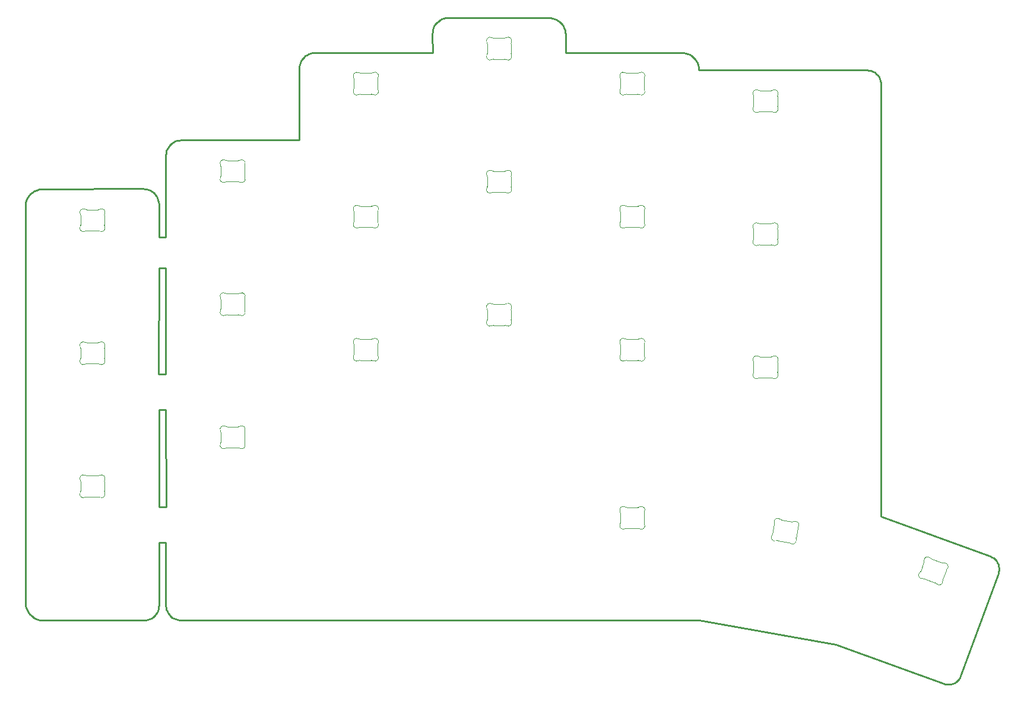
<source format=gbr>
%TF.GenerationSoftware,KiCad,Pcbnew,(5.1.10)-1*%
%TF.CreationDate,2021-11-27T00:46:51-08:00*%
%TF.ProjectId,luakeeb,6c75616b-6565-4622-9e6b-696361645f70,rev?*%
%TF.SameCoordinates,Original*%
%TF.FileFunction,Profile,NP*%
%FSLAX46Y46*%
G04 Gerber Fmt 4.6, Leading zero omitted, Abs format (unit mm)*
G04 Created by KiCad (PCBNEW (5.1.10)-1) date 2021-11-27 00:46:51*
%MOMM*%
%LPD*%
G01*
G04 APERTURE LIST*
%TA.AperFunction,Profile*%
%ADD10C,0.250000*%
%TD*%
%TA.AperFunction,Profile*%
%ADD11C,0.100000*%
%TD*%
G04 APERTURE END LIST*
D10*
X51470332Y-81936556D02*
X50456060Y-81936550D01*
X51477962Y-66734715D02*
X50470400Y-66734715D01*
X50456060Y-81936550D02*
X50470403Y-66734713D01*
X51495095Y-100856709D02*
X50479233Y-100856712D01*
X51456826Y-86978062D02*
X50462843Y-86978062D01*
X127462596Y-38525458D02*
X151453293Y-38521704D01*
X51470332Y-81936556D02*
X51477962Y-66734708D01*
X51495095Y-100856709D02*
X51456826Y-86978068D01*
X52107378Y-116442147D02*
X51928159Y-116239278D01*
X51928159Y-116239278D02*
X51776485Y-116017769D01*
X51776485Y-116017769D02*
X51653517Y-115780428D01*
X51653517Y-115780428D02*
X51560417Y-115530061D01*
X51560417Y-115530061D02*
X51498348Y-115269476D01*
X51498348Y-115269476D02*
X51468471Y-115001478D01*
X51468471Y-115001478D02*
X51465795Y-114892833D01*
X50472677Y-114895276D02*
X50455792Y-115168088D01*
X50455792Y-115168088D02*
X50405924Y-115434541D01*
X50405924Y-115434541D02*
X50324249Y-115691799D01*
X50324249Y-115691799D02*
X50211941Y-115937027D01*
X50211941Y-115937027D02*
X50070175Y-116167389D01*
X50070175Y-116167389D02*
X49900127Y-116380050D01*
X49900127Y-116380050D02*
X49824453Y-116459524D01*
X51466467Y-105979233D02*
X50473247Y-105979229D01*
X50479233Y-100856712D02*
X50462843Y-86978062D01*
X33976667Y-117098131D02*
X33715033Y-117084763D01*
X33715033Y-117084763D02*
X33460967Y-117045843D01*
X33460967Y-117045843D02*
X33215753Y-116982657D01*
X33215753Y-116982657D02*
X32980678Y-116896489D01*
X32980678Y-116896489D02*
X32649884Y-116726961D01*
X32649884Y-116726961D02*
X32349129Y-116512958D01*
X32349129Y-116512958D02*
X32082750Y-116258821D01*
X32082750Y-116258821D02*
X31855083Y-115968889D01*
X31855083Y-115968889D02*
X31670466Y-115647502D01*
X31670466Y-115647502D02*
X31533235Y-115299000D01*
X31533235Y-115299000D02*
X31470216Y-115053744D01*
X31470216Y-115053744D02*
X31431469Y-114799652D01*
X31431469Y-114799652D02*
X31418282Y-114538009D01*
X162413393Y-126126304D02*
X146983414Y-120510248D01*
X50472754Y-105979625D02*
X50472677Y-114895276D01*
X146983414Y-120510248D02*
X127511468Y-117076352D01*
X31418282Y-114538009D02*
X31422229Y-57997936D01*
X127511468Y-117076352D02*
X53656647Y-117083807D01*
X51465795Y-114892833D02*
X51467217Y-105981382D01*
X48184527Y-55454835D02*
X48466240Y-55471661D01*
X48466240Y-55471661D02*
X48741451Y-55522589D01*
X48741451Y-55522589D02*
X49007225Y-55606409D01*
X49007225Y-55606409D02*
X49260626Y-55721909D01*
X49260626Y-55721909D02*
X49498718Y-55867879D01*
X49498718Y-55867879D02*
X49718566Y-56043108D01*
X49718566Y-56043108D02*
X49800740Y-56121122D01*
X49824453Y-116459524D02*
X49619553Y-116640430D01*
X49619553Y-116640430D02*
X49395836Y-116793511D01*
X49395836Y-116793511D02*
X49156138Y-116917596D01*
X49156138Y-116917596D02*
X48903295Y-117011509D01*
X48903295Y-117011509D02*
X48640142Y-117074078D01*
X48640142Y-117074078D02*
X48369516Y-117104130D01*
X48369516Y-117104130D02*
X48259809Y-117106784D01*
X48259809Y-117106784D02*
X33976667Y-117098131D01*
X31422229Y-57997936D02*
X31435175Y-57741511D01*
X31435175Y-57741511D02*
X31473142Y-57492473D01*
X31473142Y-57492473D02*
X31574259Y-57135518D01*
X31574259Y-57135518D02*
X31724609Y-56802261D01*
X31724609Y-56802261D02*
X31919952Y-56496949D01*
X31919952Y-56496949D02*
X32156051Y-56223829D01*
X32156051Y-56223829D02*
X32428668Y-55987148D01*
X32428668Y-55987148D02*
X32733563Y-55791155D01*
X32733563Y-55791155D02*
X33066499Y-55640096D01*
X33066499Y-55640096D02*
X33423237Y-55538219D01*
X33423237Y-55538219D02*
X33672193Y-55499721D01*
X33672193Y-55499721D02*
X33928589Y-55486229D01*
X53656647Y-117083807D02*
X53386471Y-117067120D01*
X53386471Y-117067120D02*
X53122587Y-117017775D01*
X53122587Y-117017775D02*
X52867801Y-116936934D01*
X52867801Y-116936934D02*
X52624921Y-116825761D01*
X52624921Y-116825761D02*
X52396752Y-116685418D01*
X52396752Y-116685418D02*
X52186103Y-116517068D01*
X52186103Y-116517068D02*
X52107378Y-116442147D01*
X89511871Y-36027018D02*
X89484135Y-33331526D01*
X70511889Y-48525643D02*
X70471881Y-38284649D01*
X106005278Y-31025537D02*
X106313215Y-31044701D01*
X106313215Y-31044701D02*
X106613888Y-31101315D01*
X106613888Y-31101315D02*
X106904061Y-31194028D01*
X106904061Y-31194028D02*
X107180498Y-31321490D01*
X107180498Y-31321490D02*
X107439962Y-31482351D01*
X107439962Y-31482351D02*
X107679218Y-31675260D01*
X107679218Y-31675260D02*
X107768538Y-31761096D01*
X51459396Y-62408348D02*
X51460425Y-50682975D01*
X126761564Y-36762361D02*
X126962212Y-36994499D01*
X126962212Y-36994499D02*
X127130979Y-37247640D01*
X127130979Y-37247640D02*
X127266564Y-37518502D01*
X127266564Y-37518502D02*
X127367664Y-37803801D01*
X127367664Y-37803801D02*
X127432977Y-38100256D01*
X127432977Y-38100256D02*
X127461201Y-38404585D01*
X127461201Y-38404585D02*
X127461814Y-38527787D01*
X72720645Y-36027071D02*
X89511871Y-36027018D01*
X71127405Y-36688835D02*
X71335810Y-36504045D01*
X71335810Y-36504045D02*
X71563483Y-36347632D01*
X71563483Y-36347632D02*
X71807524Y-36220801D01*
X71807524Y-36220801D02*
X72065032Y-36124756D01*
X72065032Y-36124756D02*
X72333107Y-36060703D01*
X72333107Y-36060703D02*
X72608850Y-36029848D01*
X72608850Y-36029848D02*
X72720645Y-36027071D01*
X49800740Y-56121122D02*
X49987817Y-56332420D01*
X49987817Y-56332420D02*
X50146163Y-56563202D01*
X50146163Y-56563202D02*
X50274562Y-56810536D01*
X50274562Y-56810536D02*
X50371797Y-57071489D01*
X50371797Y-57071489D02*
X50436650Y-57343129D01*
X50436650Y-57343129D02*
X50467905Y-57622525D01*
X50467905Y-57622525D02*
X50470727Y-57735798D01*
X50471157Y-62410182D02*
X51459396Y-62408348D01*
X91765892Y-31026073D02*
X106005278Y-31025537D01*
X51460425Y-50682975D02*
X51485301Y-50354530D01*
X51485301Y-50354530D02*
X51557434Y-50041640D01*
X51557434Y-50041640D02*
X51673165Y-49747961D01*
X51673165Y-49747961D02*
X51828835Y-49477152D01*
X51828835Y-49477152D02*
X52020786Y-49232871D01*
X52020786Y-49232871D02*
X52245360Y-49018776D01*
X52245360Y-49018776D02*
X52498898Y-48838525D01*
X52498898Y-48838525D02*
X52777742Y-48695775D01*
X52777742Y-48695775D02*
X53078234Y-48594186D01*
X53078234Y-48594186D02*
X53396715Y-48537414D01*
X53396715Y-48537414D02*
X53617224Y-48526272D01*
X33928589Y-55486229D02*
X48184527Y-55454835D01*
X50470727Y-57735798D02*
X50471157Y-62410182D01*
X108486229Y-33531712D02*
X108460889Y-36027407D01*
X125010556Y-36026790D02*
X125316792Y-36045966D01*
X125316792Y-36045966D02*
X125615713Y-36102614D01*
X125615713Y-36102614D02*
X125904065Y-36195366D01*
X125904065Y-36195366D02*
X126178591Y-36322853D01*
X126178591Y-36322853D02*
X126436035Y-36483708D01*
X126436035Y-36483708D02*
X126673144Y-36676564D01*
X126673144Y-36676564D02*
X126761564Y-36762361D01*
X107768538Y-31761096D02*
X107971552Y-31993428D01*
X107971552Y-31993428D02*
X108142841Y-32246945D01*
X108142841Y-32246945D02*
X108281087Y-32518395D01*
X108281087Y-32518395D02*
X108384974Y-32804530D01*
X108384974Y-32804530D02*
X108453183Y-33102097D01*
X108453183Y-33102097D02*
X108484397Y-33407848D01*
X108484397Y-33407848D02*
X108486229Y-33531712D01*
X90144071Y-31702802D02*
X90355854Y-31513892D01*
X90355854Y-31513892D02*
X90587422Y-31353964D01*
X90587422Y-31353964D02*
X90835796Y-31224261D01*
X90835796Y-31224261D02*
X91097999Y-31126024D01*
X91097999Y-31126024D02*
X91371053Y-31060496D01*
X91371053Y-31060496D02*
X91651982Y-31028919D01*
X91651982Y-31028919D02*
X91765892Y-31026073D01*
X70471881Y-38284649D02*
X70488034Y-38006588D01*
X70488034Y-38006588D02*
X70537891Y-37734902D01*
X70537891Y-37734902D02*
X70620257Y-37472494D01*
X70620257Y-37472494D02*
X70733940Y-37222271D01*
X70733940Y-37222271D02*
X70877745Y-36987138D01*
X70877745Y-36987138D02*
X71050478Y-36770000D01*
X71050478Y-36770000D02*
X71127405Y-36688835D01*
X108460889Y-36027407D02*
X125010556Y-36026790D01*
X89484135Y-33331526D02*
X89498856Y-33048112D01*
X89498856Y-33048112D02*
X89548092Y-32771026D01*
X89548092Y-32771026D02*
X89630632Y-32503259D01*
X89630632Y-32503259D02*
X89745264Y-32247799D01*
X89745264Y-32247799D02*
X89890778Y-32007637D01*
X89890778Y-32007637D02*
X90065961Y-31785762D01*
X90065961Y-31785762D02*
X90144071Y-31702802D01*
X53617224Y-48526272D02*
X70511889Y-48525643D01*
X169055493Y-107939904D02*
X153472593Y-102263004D01*
X164836161Y-124992600D02*
X170189197Y-110362672D01*
X169055493Y-107939904D02*
X169318602Y-108058808D01*
X169318602Y-108058808D02*
X169554800Y-108211934D01*
X169554800Y-108211934D02*
X169762171Y-108395186D01*
X169762171Y-108395186D02*
X169938798Y-108604470D01*
X169938798Y-108604470D02*
X170082766Y-108835692D01*
X170082766Y-108835692D02*
X170192159Y-109084757D01*
X170192159Y-109084757D02*
X170265060Y-109347570D01*
X170265060Y-109347570D02*
X170299554Y-109620037D01*
X170299554Y-109620037D02*
X170293724Y-109898063D01*
X170293724Y-109898063D02*
X170245655Y-110177553D01*
X170245655Y-110177553D02*
X170189197Y-110362672D01*
X164836161Y-124992600D02*
X164717256Y-125255709D01*
X164717256Y-125255709D02*
X164564130Y-125491907D01*
X164564130Y-125491907D02*
X164380878Y-125699278D01*
X164380878Y-125699278D02*
X164171594Y-125875905D01*
X164171594Y-125875905D02*
X163940372Y-126019873D01*
X163940372Y-126019873D02*
X163691307Y-126129266D01*
X163691307Y-126129266D02*
X163428494Y-126202167D01*
X163428494Y-126202167D02*
X163156027Y-126236661D01*
X163156027Y-126236661D02*
X162878001Y-126230831D01*
X162878001Y-126230831D02*
X162598511Y-126182762D01*
X162598511Y-126182762D02*
X162413393Y-126126304D01*
X151453293Y-38521704D02*
X151763220Y-38545166D01*
X151763220Y-38545166D02*
X152058410Y-38613304D01*
X152058410Y-38613304D02*
X152335346Y-38722745D01*
X152335346Y-38722745D02*
X152590512Y-38870118D01*
X152590512Y-38870118D02*
X152820391Y-39052050D01*
X152820391Y-39052050D02*
X153021468Y-39265169D01*
X153021468Y-39265169D02*
X153190225Y-39506102D01*
X153190225Y-39506102D02*
X153323147Y-39771477D01*
X153323147Y-39771477D02*
X153416718Y-40057922D01*
X153416718Y-40057922D02*
X153467421Y-40362064D01*
X153467421Y-40362064D02*
X153475672Y-40572992D01*
X153475672Y-40572992D02*
X153472593Y-102263004D01*
D11*
%TO.C,D79*%
X40203137Y-58446488D02*
X41792041Y-58446488D01*
X39297590Y-60649330D02*
X39297590Y-59243646D01*
X41792041Y-61446487D02*
X40203136Y-61446487D01*
X42697588Y-59243646D02*
X42697588Y-60649330D01*
X42044299Y-58378189D02*
G75*
G02*
X41792041Y-58446488I-252258J431701D01*
G01*
X40203137Y-58446488D02*
G75*
G02*
X39950878Y-58378189I0J500000D01*
G01*
X39248105Y-59026769D02*
G75*
G02*
X39950878Y-58378189I450515J216879D01*
G01*
X39248105Y-59026768D02*
G75*
G02*
X39297590Y-59243646I-450515J-216878D01*
G01*
X39297590Y-60649331D02*
G75*
G02*
X39248105Y-60866208I-500000J1D01*
G01*
X39950878Y-61514785D02*
G75*
G02*
X39248105Y-60866208I-252258J431700D01*
G01*
X39950878Y-61514786D02*
G75*
G02*
X40203136Y-61446487I252258J-431701D01*
G01*
X41792042Y-61446488D02*
G75*
G02*
X42044300Y-61514787I-1J-499999D01*
G01*
X42747073Y-60866208D02*
G75*
G02*
X42044300Y-61514787I-450515J-216878D01*
G01*
X42747073Y-60866208D02*
G75*
G02*
X42697588Y-60649330I450515J216878D01*
G01*
X42697588Y-59243645D02*
G75*
G02*
X42747073Y-59026768I500000J-1D01*
G01*
X42044300Y-58378191D02*
G75*
G02*
X42747073Y-59026768I252258J-431700D01*
G01*
%TO.C,D78*%
X41792041Y-58446488D02*
X40203137Y-58446488D01*
X42697588Y-60649330D02*
X42697588Y-59243646D01*
X40203137Y-61446487D02*
X41792042Y-61446487D01*
X39297590Y-59243646D02*
X39297590Y-60649330D01*
X39950879Y-58378189D02*
G75*
G03*
X40203137Y-58446488I252258J431701D01*
G01*
X41792041Y-58446488D02*
G75*
G03*
X42044300Y-58378189I0J500000D01*
G01*
X42747073Y-59026769D02*
G75*
G03*
X42044300Y-58378189I-450515J216879D01*
G01*
X42747073Y-59026768D02*
G75*
G03*
X42697588Y-59243646I450515J-216878D01*
G01*
X42697588Y-60649331D02*
G75*
G03*
X42747073Y-60866208I500000J1D01*
G01*
X42044300Y-61514785D02*
G75*
G03*
X42747073Y-60866208I252258J431700D01*
G01*
X42044300Y-61514786D02*
G75*
G03*
X41792042Y-61446487I-252258J-431701D01*
G01*
X40203136Y-61446488D02*
G75*
G03*
X39950878Y-61514787I1J-499999D01*
G01*
X39248105Y-60866208D02*
G75*
G03*
X39950878Y-61514787I450515J-216878D01*
G01*
X39248105Y-60866208D02*
G75*
G03*
X39297590Y-60649330I-450515J216878D01*
G01*
X39297590Y-59243645D02*
G75*
G03*
X39248105Y-59026768I-500000J-1D01*
G01*
X39950878Y-58378191D02*
G75*
G03*
X39248105Y-59026768I-252258J-431700D01*
G01*
%TO.C,D77*%
X40203137Y-77446487D02*
X41792041Y-77446487D01*
X39297590Y-79649329D02*
X39297590Y-78243645D01*
X41792041Y-80446486D02*
X40203136Y-80446486D01*
X42697588Y-78243645D02*
X42697588Y-79649329D01*
X42044299Y-77378188D02*
G75*
G02*
X41792041Y-77446487I-252258J431701D01*
G01*
X40203137Y-77446487D02*
G75*
G02*
X39950878Y-77378188I0J500000D01*
G01*
X39248105Y-78026768D02*
G75*
G02*
X39950878Y-77378188I450515J216879D01*
G01*
X39248105Y-78026767D02*
G75*
G02*
X39297590Y-78243645I-450515J-216878D01*
G01*
X39297590Y-79649330D02*
G75*
G02*
X39248105Y-79866207I-500000J1D01*
G01*
X39950878Y-80514784D02*
G75*
G02*
X39248105Y-79866207I-252258J431700D01*
G01*
X39950878Y-80514785D02*
G75*
G02*
X40203136Y-80446486I252258J-431701D01*
G01*
X41792042Y-80446487D02*
G75*
G02*
X42044300Y-80514786I-1J-499999D01*
G01*
X42747073Y-79866207D02*
G75*
G02*
X42044300Y-80514786I-450515J-216878D01*
G01*
X42747073Y-79866207D02*
G75*
G02*
X42697588Y-79649329I450515J216878D01*
G01*
X42697588Y-78243644D02*
G75*
G02*
X42747073Y-78026767I500000J-1D01*
G01*
X42044300Y-77378190D02*
G75*
G02*
X42747073Y-78026767I252258J-431700D01*
G01*
%TO.C,D76*%
X41792041Y-77446487D02*
X40203137Y-77446487D01*
X42697588Y-79649329D02*
X42697588Y-78243645D01*
X40203137Y-80446486D02*
X41792042Y-80446486D01*
X39297590Y-78243645D02*
X39297590Y-79649329D01*
X39950879Y-77378188D02*
G75*
G03*
X40203137Y-77446487I252258J431701D01*
G01*
X41792041Y-77446487D02*
G75*
G03*
X42044300Y-77378188I0J500000D01*
G01*
X42747073Y-78026768D02*
G75*
G03*
X42044300Y-77378188I-450515J216879D01*
G01*
X42747073Y-78026767D02*
G75*
G03*
X42697588Y-78243645I450515J-216878D01*
G01*
X42697588Y-79649330D02*
G75*
G03*
X42747073Y-79866207I500000J1D01*
G01*
X42044300Y-80514784D02*
G75*
G03*
X42747073Y-79866207I252258J431700D01*
G01*
X42044300Y-80514785D02*
G75*
G03*
X41792042Y-80446486I-252258J-431701D01*
G01*
X40203136Y-80446487D02*
G75*
G03*
X39950878Y-80514786I1J-499999D01*
G01*
X39248105Y-79866207D02*
G75*
G03*
X39950878Y-80514786I450515J-216878D01*
G01*
X39248105Y-79866207D02*
G75*
G03*
X39297590Y-79649329I-450515J216878D01*
G01*
X39297590Y-78243644D02*
G75*
G03*
X39248105Y-78026767I-500000J-1D01*
G01*
X39950878Y-77378190D02*
G75*
G03*
X39248105Y-78026767I-252258J-431700D01*
G01*
%TO.C,D75*%
X40203136Y-96446486D02*
X41792040Y-96446486D01*
X39297589Y-98649328D02*
X39297589Y-97243644D01*
X41792040Y-99446485D02*
X40203135Y-99446485D01*
X42697587Y-97243644D02*
X42697587Y-98649328D01*
X42044298Y-96378187D02*
G75*
G02*
X41792040Y-96446486I-252258J431701D01*
G01*
X40203136Y-96446486D02*
G75*
G02*
X39950877Y-96378187I0J500000D01*
G01*
X39248104Y-97026767D02*
G75*
G02*
X39950877Y-96378187I450515J216879D01*
G01*
X39248104Y-97026766D02*
G75*
G02*
X39297589Y-97243644I-450515J-216878D01*
G01*
X39297589Y-98649329D02*
G75*
G02*
X39248104Y-98866206I-500000J1D01*
G01*
X39950877Y-99514783D02*
G75*
G02*
X39248104Y-98866206I-252258J431700D01*
G01*
X39950877Y-99514784D02*
G75*
G02*
X40203135Y-99446485I252258J-431701D01*
G01*
X41792041Y-99446486D02*
G75*
G02*
X42044299Y-99514785I-1J-499999D01*
G01*
X42747072Y-98866206D02*
G75*
G02*
X42044299Y-99514785I-450515J-216878D01*
G01*
X42747072Y-98866206D02*
G75*
G02*
X42697587Y-98649328I450515J216878D01*
G01*
X42697587Y-97243643D02*
G75*
G02*
X42747072Y-97026766I500000J-1D01*
G01*
X42044299Y-96378189D02*
G75*
G02*
X42747072Y-97026766I252258J-431700D01*
G01*
%TO.C,D74*%
X41792040Y-96446486D02*
X40203136Y-96446486D01*
X42697587Y-98649328D02*
X42697587Y-97243644D01*
X40203136Y-99446485D02*
X41792041Y-99446485D01*
X39297589Y-97243644D02*
X39297589Y-98649328D01*
X39950878Y-96378187D02*
G75*
G03*
X40203136Y-96446486I252258J431701D01*
G01*
X41792040Y-96446486D02*
G75*
G03*
X42044299Y-96378187I0J500000D01*
G01*
X42747072Y-97026767D02*
G75*
G03*
X42044299Y-96378187I-450515J216879D01*
G01*
X42747072Y-97026766D02*
G75*
G03*
X42697587Y-97243644I450515J-216878D01*
G01*
X42697587Y-98649329D02*
G75*
G03*
X42747072Y-98866206I500000J1D01*
G01*
X42044299Y-99514783D02*
G75*
G03*
X42747072Y-98866206I252258J431700D01*
G01*
X42044299Y-99514784D02*
G75*
G03*
X41792041Y-99446485I-252258J-431701D01*
G01*
X40203135Y-99446486D02*
G75*
G03*
X39950877Y-99514785I1J-499999D01*
G01*
X39248104Y-98866206D02*
G75*
G03*
X39950877Y-99514785I450515J-216878D01*
G01*
X39248104Y-98866206D02*
G75*
G03*
X39297589Y-98649328I-450515J216878D01*
G01*
X39297589Y-97243643D02*
G75*
G03*
X39248104Y-97026766I-500000J-1D01*
G01*
X39950877Y-96378189D02*
G75*
G03*
X39248104Y-97026766I-252258J-431700D01*
G01*
%TO.C,D73*%
X159582488Y-108776429D02*
X159101715Y-110097340D01*
X159680007Y-111156138D02*
X161173090Y-111699575D01*
X162296668Y-111260208D02*
X162777441Y-109939297D01*
X162199149Y-108880498D02*
X160706068Y-108337061D01*
X160492382Y-108186604D02*
G75*
G03*
X160706068Y-108337061I384696J319389D01*
G01*
X162199148Y-108880498D02*
G75*
G03*
X162459554Y-108902596I171011J469846D01*
G01*
X162898117Y-109752423D02*
G75*
G03*
X162459554Y-108902596I-349168J357884D01*
G01*
X162898118Y-109752423D02*
G75*
G03*
X162777441Y-109939297I349169J-357884D01*
G01*
X162296668Y-111260208D02*
G75*
G03*
X162268992Y-111480931I469847J-171010D01*
G01*
X161386777Y-111850033D02*
G75*
G03*
X162268992Y-111480931I384694J319389D01*
G01*
X161386776Y-111850032D02*
G75*
G03*
X161173090Y-111699575I-384696J-319390D01*
G01*
X159680007Y-111156139D02*
G75*
G03*
X159419602Y-111134041I-171010J-469845D01*
G01*
X158981038Y-110284215D02*
G75*
G03*
X159419602Y-111134041I349169J-357883D01*
G01*
X158981038Y-110284214D02*
G75*
G03*
X159101715Y-110097340I-349169J357884D01*
G01*
X159582488Y-108776429D02*
G75*
G03*
X159610164Y-108555706I-469847J171010D01*
G01*
X160492380Y-108186605D02*
G75*
G03*
X159610164Y-108555706I-384695J-319388D01*
G01*
%TO.C,D72*%
X97297587Y-72743646D02*
X97297587Y-74149330D01*
X98203134Y-74946487D02*
X99792039Y-74946487D01*
X100697585Y-74149330D02*
X100697585Y-72743646D01*
X99792038Y-71946488D02*
X98203134Y-71946488D01*
X97950876Y-71878189D02*
G75*
G03*
X98203134Y-71946488I252258J431701D01*
G01*
X99792038Y-71946488D02*
G75*
G03*
X100044297Y-71878189I0J500000D01*
G01*
X100747070Y-72526769D02*
G75*
G03*
X100044297Y-71878189I-450515J216879D01*
G01*
X100747070Y-72526768D02*
G75*
G03*
X100697585Y-72743646I450515J-216878D01*
G01*
X100697585Y-74149331D02*
G75*
G03*
X100747070Y-74366208I500000J1D01*
G01*
X100044297Y-75014785D02*
G75*
G03*
X100747070Y-74366208I252258J431700D01*
G01*
X100044297Y-75014786D02*
G75*
G03*
X99792039Y-74946487I-252258J-431701D01*
G01*
X98203133Y-74946488D02*
G75*
G03*
X97950875Y-75014787I1J-499999D01*
G01*
X97248102Y-74366208D02*
G75*
G03*
X97950875Y-75014787I450515J-216878D01*
G01*
X97248102Y-74366208D02*
G75*
G03*
X97297587Y-74149330I-450515J216878D01*
G01*
X97297587Y-72743645D02*
G75*
G03*
X97248102Y-72526768I-500000J-1D01*
G01*
X97950875Y-71878191D02*
G75*
G03*
X97248102Y-72526768I-252258J-431700D01*
G01*
%TO.C,D71*%
X138247682Y-103366569D02*
X138003587Y-104750897D01*
X138756952Y-105693190D02*
X140321718Y-105969101D01*
X141351932Y-105341301D02*
X141596026Y-103956972D01*
X140842661Y-103014678D02*
X139277896Y-102738768D01*
X139041330Y-102627702D02*
G75*
G03*
X139277896Y-102738768I323390J381338D01*
G01*
X140842661Y-103014679D02*
G75*
G03*
X141102948Y-102991221I86824J492405D01*
G01*
X141682418Y-103751984D02*
G75*
G03*
X141102948Y-102991221I-406009J291816D01*
G01*
X141682420Y-103751982D02*
G75*
G03*
X141596026Y-103956972I406010J-291814D01*
G01*
X141351931Y-105341302D02*
G75*
G03*
X141363004Y-105563477I492404J-86823D01*
G01*
X140558284Y-106080166D02*
G75*
G03*
X141363004Y-105563477I323389J381338D01*
G01*
X140558283Y-106080166D02*
G75*
G03*
X140321718Y-105969101I-323389J-381338D01*
G01*
X138756951Y-105693190D02*
G75*
G03*
X138496665Y-105716648I-86823J-492404D01*
G01*
X137917195Y-104955888D02*
G75*
G03*
X138496665Y-105716648I406009J-291814D01*
G01*
X137917194Y-104955887D02*
G75*
G03*
X138003587Y-104750897I-406011J291814D01*
G01*
X138247682Y-103366569D02*
G75*
G03*
X138236609Y-103144393I-492404J86824D01*
G01*
X139041330Y-102627702D02*
G75*
G03*
X138236609Y-103144393I-323390J-381339D01*
G01*
%TO.C,D70*%
X97297588Y-53743646D02*
X97297588Y-55149330D01*
X98203135Y-55946487D02*
X99792040Y-55946487D01*
X100697586Y-55149330D02*
X100697586Y-53743646D01*
X99792039Y-52946488D02*
X98203135Y-52946488D01*
X97950877Y-52878189D02*
G75*
G03*
X98203135Y-52946488I252258J431701D01*
G01*
X99792039Y-52946488D02*
G75*
G03*
X100044298Y-52878189I0J500000D01*
G01*
X100747071Y-53526769D02*
G75*
G03*
X100044298Y-52878189I-450515J216879D01*
G01*
X100747071Y-53526768D02*
G75*
G03*
X100697586Y-53743646I450515J-216878D01*
G01*
X100697586Y-55149331D02*
G75*
G03*
X100747071Y-55366208I500000J1D01*
G01*
X100044298Y-56014785D02*
G75*
G03*
X100747071Y-55366208I252258J431700D01*
G01*
X100044298Y-56014786D02*
G75*
G03*
X99792040Y-55946487I-252258J-431701D01*
G01*
X98203134Y-55946488D02*
G75*
G03*
X97950876Y-56014787I1J-499999D01*
G01*
X97248103Y-55366208D02*
G75*
G03*
X97950876Y-56014787I450515J-216878D01*
G01*
X97248103Y-55366208D02*
G75*
G03*
X97297588Y-55149330I-450515J216878D01*
G01*
X97297588Y-53743645D02*
G75*
G03*
X97248103Y-53526768I-500000J-1D01*
G01*
X97950876Y-52878191D02*
G75*
G03*
X97248103Y-53526768I-252258J-431700D01*
G01*
%TO.C,D69*%
X97297588Y-34743647D02*
X97297588Y-36149331D01*
X98203135Y-36946488D02*
X99792040Y-36946488D01*
X100697586Y-36149331D02*
X100697586Y-34743647D01*
X99792039Y-33946489D02*
X98203135Y-33946489D01*
X97950877Y-33878190D02*
G75*
G03*
X98203135Y-33946489I252258J431701D01*
G01*
X99792039Y-33946489D02*
G75*
G03*
X100044298Y-33878190I0J500000D01*
G01*
X100747071Y-34526770D02*
G75*
G03*
X100044298Y-33878190I-450515J216879D01*
G01*
X100747071Y-34526769D02*
G75*
G03*
X100697586Y-34743647I450515J-216878D01*
G01*
X100697586Y-36149332D02*
G75*
G03*
X100747071Y-36366209I500000J1D01*
G01*
X100044298Y-37014786D02*
G75*
G03*
X100747071Y-36366209I252258J431700D01*
G01*
X100044298Y-37014787D02*
G75*
G03*
X99792040Y-36946488I-252258J-431701D01*
G01*
X98203134Y-36946489D02*
G75*
G03*
X97950876Y-37014788I1J-499999D01*
G01*
X97248103Y-36366209D02*
G75*
G03*
X97950876Y-37014788I450515J-216878D01*
G01*
X97248103Y-36366209D02*
G75*
G03*
X97297588Y-36149331I-450515J216878D01*
G01*
X97297588Y-34743646D02*
G75*
G03*
X97248103Y-34526769I-500000J-1D01*
G01*
X97950876Y-33878192D02*
G75*
G03*
X97248103Y-34526769I-252258J-431700D01*
G01*
%TO.C,D68*%
X116297587Y-101743646D02*
X116297587Y-103149330D01*
X117203134Y-103946487D02*
X118792039Y-103946487D01*
X119697585Y-103149330D02*
X119697585Y-101743646D01*
X118792038Y-100946488D02*
X117203134Y-100946488D01*
X116950876Y-100878189D02*
G75*
G03*
X117203134Y-100946488I252258J431701D01*
G01*
X118792038Y-100946488D02*
G75*
G03*
X119044297Y-100878189I0J500000D01*
G01*
X119747070Y-101526769D02*
G75*
G03*
X119044297Y-100878189I-450515J216879D01*
G01*
X119747070Y-101526768D02*
G75*
G03*
X119697585Y-101743646I450515J-216878D01*
G01*
X119697585Y-103149331D02*
G75*
G03*
X119747070Y-103366208I500000J1D01*
G01*
X119044297Y-104014785D02*
G75*
G03*
X119747070Y-103366208I252258J431700D01*
G01*
X119044297Y-104014786D02*
G75*
G03*
X118792039Y-103946487I-252258J-431701D01*
G01*
X117203133Y-103946488D02*
G75*
G03*
X116950875Y-104014787I1J-499999D01*
G01*
X116248102Y-103366208D02*
G75*
G03*
X116950875Y-104014787I450515J-216878D01*
G01*
X116248102Y-103366208D02*
G75*
G03*
X116297587Y-103149330I-450515J216878D01*
G01*
X116297587Y-101743645D02*
G75*
G03*
X116248102Y-101526768I-500000J-1D01*
G01*
X116950875Y-100878191D02*
G75*
G03*
X116248102Y-101526768I-252258J-431700D01*
G01*
%TO.C,D67*%
X78297589Y-39743647D02*
X78297589Y-41149331D01*
X79203136Y-41946488D02*
X80792041Y-41946488D01*
X81697587Y-41149331D02*
X81697587Y-39743647D01*
X80792040Y-38946489D02*
X79203136Y-38946489D01*
X78950878Y-38878190D02*
G75*
G03*
X79203136Y-38946489I252258J431701D01*
G01*
X80792040Y-38946489D02*
G75*
G03*
X81044299Y-38878190I0J500000D01*
G01*
X81747072Y-39526770D02*
G75*
G03*
X81044299Y-38878190I-450515J216879D01*
G01*
X81747072Y-39526769D02*
G75*
G03*
X81697587Y-39743647I450515J-216878D01*
G01*
X81697587Y-41149332D02*
G75*
G03*
X81747072Y-41366209I500000J1D01*
G01*
X81044299Y-42014786D02*
G75*
G03*
X81747072Y-41366209I252258J431700D01*
G01*
X81044299Y-42014787D02*
G75*
G03*
X80792041Y-41946488I-252258J-431701D01*
G01*
X79203135Y-41946489D02*
G75*
G03*
X78950877Y-42014788I1J-499999D01*
G01*
X78248104Y-41366209D02*
G75*
G03*
X78950877Y-42014788I450515J-216878D01*
G01*
X78248104Y-41366209D02*
G75*
G03*
X78297589Y-41149331I-450515J216878D01*
G01*
X78297589Y-39743646D02*
G75*
G03*
X78248104Y-39526769I-500000J-1D01*
G01*
X78950877Y-38878192D02*
G75*
G03*
X78248104Y-39526769I-252258J-431700D01*
G01*
%TO.C,D66*%
X135297586Y-80243646D02*
X135297586Y-81649330D01*
X136203133Y-82446487D02*
X137792038Y-82446487D01*
X138697584Y-81649330D02*
X138697584Y-80243646D01*
X137792037Y-79446488D02*
X136203133Y-79446488D01*
X135950875Y-79378189D02*
G75*
G03*
X136203133Y-79446488I252258J431701D01*
G01*
X137792037Y-79446488D02*
G75*
G03*
X138044296Y-79378189I0J500000D01*
G01*
X138747069Y-80026769D02*
G75*
G03*
X138044296Y-79378189I-450515J216879D01*
G01*
X138747069Y-80026768D02*
G75*
G03*
X138697584Y-80243646I450515J-216878D01*
G01*
X138697584Y-81649331D02*
G75*
G03*
X138747069Y-81866208I500000J1D01*
G01*
X138044296Y-82514785D02*
G75*
G03*
X138747069Y-81866208I252258J431700D01*
G01*
X138044296Y-82514786D02*
G75*
G03*
X137792038Y-82446487I-252258J-431701D01*
G01*
X136203132Y-82446488D02*
G75*
G03*
X135950874Y-82514787I1J-499999D01*
G01*
X135248101Y-81866208D02*
G75*
G03*
X135950874Y-82514787I450515J-216878D01*
G01*
X135248101Y-81866208D02*
G75*
G03*
X135297586Y-81649330I-450515J216878D01*
G01*
X135297586Y-80243645D02*
G75*
G03*
X135248101Y-80026768I-500000J-1D01*
G01*
X135950874Y-79378191D02*
G75*
G03*
X135248101Y-80026768I-252258J-431700D01*
G01*
%TO.C,D65*%
X78297589Y-58743646D02*
X78297589Y-60149330D01*
X79203136Y-60946487D02*
X80792041Y-60946487D01*
X81697587Y-60149330D02*
X81697587Y-58743646D01*
X80792040Y-57946488D02*
X79203136Y-57946488D01*
X78950878Y-57878189D02*
G75*
G03*
X79203136Y-57946488I252258J431701D01*
G01*
X80792040Y-57946488D02*
G75*
G03*
X81044299Y-57878189I0J500000D01*
G01*
X81747072Y-58526769D02*
G75*
G03*
X81044299Y-57878189I-450515J216879D01*
G01*
X81747072Y-58526768D02*
G75*
G03*
X81697587Y-58743646I450515J-216878D01*
G01*
X81697587Y-60149331D02*
G75*
G03*
X81747072Y-60366208I500000J1D01*
G01*
X81044299Y-61014785D02*
G75*
G03*
X81747072Y-60366208I252258J431700D01*
G01*
X81044299Y-61014786D02*
G75*
G03*
X80792041Y-60946487I-252258J-431701D01*
G01*
X79203135Y-60946488D02*
G75*
G03*
X78950877Y-61014787I1J-499999D01*
G01*
X78248104Y-60366208D02*
G75*
G03*
X78950877Y-61014787I450515J-216878D01*
G01*
X78248104Y-60366208D02*
G75*
G03*
X78297589Y-60149330I-450515J216878D01*
G01*
X78297589Y-58743645D02*
G75*
G03*
X78248104Y-58526768I-500000J-1D01*
G01*
X78950877Y-57878191D02*
G75*
G03*
X78248104Y-58526768I-252258J-431700D01*
G01*
%TO.C,D64*%
X135297586Y-61243647D02*
X135297586Y-62649331D01*
X136203133Y-63446488D02*
X137792038Y-63446488D01*
X138697584Y-62649331D02*
X138697584Y-61243647D01*
X137792037Y-60446489D02*
X136203133Y-60446489D01*
X135950875Y-60378190D02*
G75*
G03*
X136203133Y-60446489I252258J431701D01*
G01*
X137792037Y-60446489D02*
G75*
G03*
X138044296Y-60378190I0J500000D01*
G01*
X138747069Y-61026770D02*
G75*
G03*
X138044296Y-60378190I-450515J216879D01*
G01*
X138747069Y-61026769D02*
G75*
G03*
X138697584Y-61243647I450515J-216878D01*
G01*
X138697584Y-62649332D02*
G75*
G03*
X138747069Y-62866209I500000J1D01*
G01*
X138044296Y-63514786D02*
G75*
G03*
X138747069Y-62866209I252258J431700D01*
G01*
X138044296Y-63514787D02*
G75*
G03*
X137792038Y-63446488I-252258J-431701D01*
G01*
X136203132Y-63446489D02*
G75*
G03*
X135950874Y-63514788I1J-499999D01*
G01*
X135248101Y-62866209D02*
G75*
G03*
X135950874Y-63514788I450515J-216878D01*
G01*
X135248101Y-62866209D02*
G75*
G03*
X135297586Y-62649331I-450515J216878D01*
G01*
X135297586Y-61243646D02*
G75*
G03*
X135248101Y-61026769I-500000J-1D01*
G01*
X135950874Y-60378192D02*
G75*
G03*
X135248101Y-61026769I-252258J-431700D01*
G01*
%TO.C,D63*%
X78297588Y-77743645D02*
X78297588Y-79149329D01*
X79203135Y-79946486D02*
X80792040Y-79946486D01*
X81697586Y-79149329D02*
X81697586Y-77743645D01*
X80792039Y-76946487D02*
X79203135Y-76946487D01*
X78950877Y-76878188D02*
G75*
G03*
X79203135Y-76946487I252258J431701D01*
G01*
X80792039Y-76946487D02*
G75*
G03*
X81044298Y-76878188I0J500000D01*
G01*
X81747071Y-77526768D02*
G75*
G03*
X81044298Y-76878188I-450515J216879D01*
G01*
X81747071Y-77526767D02*
G75*
G03*
X81697586Y-77743645I450515J-216878D01*
G01*
X81697586Y-79149330D02*
G75*
G03*
X81747071Y-79366207I500000J1D01*
G01*
X81044298Y-80014784D02*
G75*
G03*
X81747071Y-79366207I252258J431700D01*
G01*
X81044298Y-80014785D02*
G75*
G03*
X80792040Y-79946486I-252258J-431701D01*
G01*
X79203134Y-79946487D02*
G75*
G03*
X78950876Y-80014786I1J-499999D01*
G01*
X78248103Y-79366207D02*
G75*
G03*
X78950876Y-80014786I450515J-216878D01*
G01*
X78248103Y-79366207D02*
G75*
G03*
X78297588Y-79149329I-450515J216878D01*
G01*
X78297588Y-77743644D02*
G75*
G03*
X78248103Y-77526767I-500000J-1D01*
G01*
X78950876Y-76878190D02*
G75*
G03*
X78248103Y-77526767I-252258J-431700D01*
G01*
%TO.C,D62*%
X135297586Y-42243648D02*
X135297586Y-43649332D01*
X136203133Y-44446489D02*
X137792038Y-44446489D01*
X138697584Y-43649332D02*
X138697584Y-42243648D01*
X137792037Y-41446490D02*
X136203133Y-41446490D01*
X135950875Y-41378191D02*
G75*
G03*
X136203133Y-41446490I252258J431701D01*
G01*
X137792037Y-41446490D02*
G75*
G03*
X138044296Y-41378191I0J500000D01*
G01*
X138747069Y-42026771D02*
G75*
G03*
X138044296Y-41378191I-450515J216879D01*
G01*
X138747069Y-42026770D02*
G75*
G03*
X138697584Y-42243648I450515J-216878D01*
G01*
X138697584Y-43649333D02*
G75*
G03*
X138747069Y-43866210I500000J1D01*
G01*
X138044296Y-44514787D02*
G75*
G03*
X138747069Y-43866210I252258J431700D01*
G01*
X138044296Y-44514788D02*
G75*
G03*
X137792038Y-44446489I-252258J-431701D01*
G01*
X136203132Y-44446490D02*
G75*
G03*
X135950874Y-44514789I1J-499999D01*
G01*
X135248101Y-43866210D02*
G75*
G03*
X135950874Y-44514789I450515J-216878D01*
G01*
X135248101Y-43866210D02*
G75*
G03*
X135297586Y-43649332I-450515J216878D01*
G01*
X135297586Y-42243647D02*
G75*
G03*
X135248101Y-42026770I-500000J-1D01*
G01*
X135950874Y-41378193D02*
G75*
G03*
X135248101Y-42026770I-252258J-431700D01*
G01*
%TO.C,D61*%
X116297587Y-39743647D02*
X116297587Y-41149331D01*
X117203134Y-41946488D02*
X118792039Y-41946488D01*
X119697585Y-41149331D02*
X119697585Y-39743647D01*
X118792038Y-38946489D02*
X117203134Y-38946489D01*
X116950876Y-38878190D02*
G75*
G03*
X117203134Y-38946489I252258J431701D01*
G01*
X118792038Y-38946489D02*
G75*
G03*
X119044297Y-38878190I0J500000D01*
G01*
X119747070Y-39526770D02*
G75*
G03*
X119044297Y-38878190I-450515J216879D01*
G01*
X119747070Y-39526769D02*
G75*
G03*
X119697585Y-39743647I450515J-216878D01*
G01*
X119697585Y-41149332D02*
G75*
G03*
X119747070Y-41366209I500000J1D01*
G01*
X119044297Y-42014786D02*
G75*
G03*
X119747070Y-41366209I252258J431700D01*
G01*
X119044297Y-42014787D02*
G75*
G03*
X118792039Y-41946488I-252258J-431701D01*
G01*
X117203133Y-41946489D02*
G75*
G03*
X116950875Y-42014788I1J-499999D01*
G01*
X116248102Y-41366209D02*
G75*
G03*
X116950875Y-42014788I450515J-216878D01*
G01*
X116248102Y-41366209D02*
G75*
G03*
X116297587Y-41149331I-450515J216878D01*
G01*
X116297587Y-39743646D02*
G75*
G03*
X116248102Y-39526769I-500000J-1D01*
G01*
X116950875Y-38878192D02*
G75*
G03*
X116248102Y-39526769I-252258J-431700D01*
G01*
%TO.C,D58*%
X59297589Y-90243644D02*
X59297589Y-91649328D01*
X60203136Y-92446485D02*
X61792041Y-92446485D01*
X62697587Y-91649328D02*
X62697587Y-90243644D01*
X61792040Y-89446486D02*
X60203136Y-89446486D01*
X59950878Y-89378187D02*
G75*
G03*
X60203136Y-89446486I252258J431701D01*
G01*
X61792040Y-89446486D02*
G75*
G03*
X62044299Y-89378187I0J500000D01*
G01*
X62747072Y-90026767D02*
G75*
G03*
X62044299Y-89378187I-450515J216879D01*
G01*
X62747072Y-90026766D02*
G75*
G03*
X62697587Y-90243644I450515J-216878D01*
G01*
X62697587Y-91649329D02*
G75*
G03*
X62747072Y-91866206I500000J1D01*
G01*
X62044299Y-92514783D02*
G75*
G03*
X62747072Y-91866206I252258J431700D01*
G01*
X62044299Y-92514784D02*
G75*
G03*
X61792041Y-92446485I-252258J-431701D01*
G01*
X60203135Y-92446486D02*
G75*
G03*
X59950877Y-92514785I1J-499999D01*
G01*
X59248104Y-91866206D02*
G75*
G03*
X59950877Y-92514785I450515J-216878D01*
G01*
X59248104Y-91866206D02*
G75*
G03*
X59297589Y-91649328I-450515J216878D01*
G01*
X59297589Y-90243643D02*
G75*
G03*
X59248104Y-90026766I-500000J-1D01*
G01*
X59950877Y-89378189D02*
G75*
G03*
X59248104Y-90026766I-252258J-431700D01*
G01*
%TO.C,D44*%
X116297587Y-58743646D02*
X116297587Y-60149330D01*
X117203134Y-60946487D02*
X118792039Y-60946487D01*
X119697585Y-60149330D02*
X119697585Y-58743646D01*
X118792038Y-57946488D02*
X117203134Y-57946488D01*
X116950876Y-57878189D02*
G75*
G03*
X117203134Y-57946488I252258J431701D01*
G01*
X118792038Y-57946488D02*
G75*
G03*
X119044297Y-57878189I0J500000D01*
G01*
X119747070Y-58526769D02*
G75*
G03*
X119044297Y-57878189I-450515J216879D01*
G01*
X119747070Y-58526768D02*
G75*
G03*
X119697585Y-58743646I450515J-216878D01*
G01*
X119697585Y-60149331D02*
G75*
G03*
X119747070Y-60366208I500000J1D01*
G01*
X119044297Y-61014785D02*
G75*
G03*
X119747070Y-60366208I252258J431700D01*
G01*
X119044297Y-61014786D02*
G75*
G03*
X118792039Y-60946487I-252258J-431701D01*
G01*
X117203133Y-60946488D02*
G75*
G03*
X116950875Y-61014787I1J-499999D01*
G01*
X116248102Y-60366208D02*
G75*
G03*
X116950875Y-61014787I450515J-216878D01*
G01*
X116248102Y-60366208D02*
G75*
G03*
X116297587Y-60149330I-450515J216878D01*
G01*
X116297587Y-58743645D02*
G75*
G03*
X116248102Y-58526768I-500000J-1D01*
G01*
X116950875Y-57878191D02*
G75*
G03*
X116248102Y-58526768I-252258J-431700D01*
G01*
%TO.C,D40*%
X59297590Y-71243645D02*
X59297590Y-72649329D01*
X60203137Y-73446486D02*
X61792042Y-73446486D01*
X62697588Y-72649329D02*
X62697588Y-71243645D01*
X61792041Y-70446487D02*
X60203137Y-70446487D01*
X59950879Y-70378188D02*
G75*
G03*
X60203137Y-70446487I252258J431701D01*
G01*
X61792041Y-70446487D02*
G75*
G03*
X62044300Y-70378188I0J500000D01*
G01*
X62747073Y-71026768D02*
G75*
G03*
X62044300Y-70378188I-450515J216879D01*
G01*
X62747073Y-71026767D02*
G75*
G03*
X62697588Y-71243645I450515J-216878D01*
G01*
X62697588Y-72649330D02*
G75*
G03*
X62747073Y-72866207I500000J1D01*
G01*
X62044300Y-73514784D02*
G75*
G03*
X62747073Y-72866207I252258J431700D01*
G01*
X62044300Y-73514785D02*
G75*
G03*
X61792042Y-73446486I-252258J-431701D01*
G01*
X60203136Y-73446487D02*
G75*
G03*
X59950878Y-73514786I1J-499999D01*
G01*
X59248105Y-72866207D02*
G75*
G03*
X59950878Y-73514786I450515J-216878D01*
G01*
X59248105Y-72866207D02*
G75*
G03*
X59297590Y-72649329I-450515J216878D01*
G01*
X59297590Y-71243644D02*
G75*
G03*
X59248105Y-71026767I-500000J-1D01*
G01*
X59950878Y-70378190D02*
G75*
G03*
X59248105Y-71026767I-252258J-431700D01*
G01*
%TO.C,D39*%
X116297587Y-77743646D02*
X116297587Y-79149330D01*
X117203134Y-79946487D02*
X118792039Y-79946487D01*
X119697585Y-79149330D02*
X119697585Y-77743646D01*
X118792038Y-76946488D02*
X117203134Y-76946488D01*
X116950876Y-76878189D02*
G75*
G03*
X117203134Y-76946488I252258J431701D01*
G01*
X118792038Y-76946488D02*
G75*
G03*
X119044297Y-76878189I0J500000D01*
G01*
X119747070Y-77526769D02*
G75*
G03*
X119044297Y-76878189I-450515J216879D01*
G01*
X119747070Y-77526768D02*
G75*
G03*
X119697585Y-77743646I450515J-216878D01*
G01*
X119697585Y-79149331D02*
G75*
G03*
X119747070Y-79366208I500000J1D01*
G01*
X119044297Y-80014785D02*
G75*
G03*
X119747070Y-79366208I252258J431700D01*
G01*
X119044297Y-80014786D02*
G75*
G03*
X118792039Y-79946487I-252258J-431701D01*
G01*
X117203133Y-79946488D02*
G75*
G03*
X116950875Y-80014787I1J-499999D01*
G01*
X116248102Y-79366208D02*
G75*
G03*
X116950875Y-80014787I450515J-216878D01*
G01*
X116248102Y-79366208D02*
G75*
G03*
X116297587Y-79149330I-450515J216878D01*
G01*
X116297587Y-77743645D02*
G75*
G03*
X116248102Y-77526768I-500000J-1D01*
G01*
X116950875Y-76878191D02*
G75*
G03*
X116248102Y-77526768I-252258J-431700D01*
G01*
%TO.C,D38*%
X59297590Y-52243646D02*
X59297590Y-53649330D01*
X60203137Y-54446487D02*
X61792042Y-54446487D01*
X62697588Y-53649330D02*
X62697588Y-52243646D01*
X61792041Y-51446488D02*
X60203137Y-51446488D01*
X59950879Y-51378189D02*
G75*
G03*
X60203137Y-51446488I252258J431701D01*
G01*
X61792041Y-51446488D02*
G75*
G03*
X62044300Y-51378189I0J500000D01*
G01*
X62747073Y-52026769D02*
G75*
G03*
X62044300Y-51378189I-450515J216879D01*
G01*
X62747073Y-52026768D02*
G75*
G03*
X62697588Y-52243646I450515J-216878D01*
G01*
X62697588Y-53649331D02*
G75*
G03*
X62747073Y-53866208I500000J1D01*
G01*
X62044300Y-54514785D02*
G75*
G03*
X62747073Y-53866208I252258J431700D01*
G01*
X62044300Y-54514786D02*
G75*
G03*
X61792042Y-54446487I-252258J-431701D01*
G01*
X60203136Y-54446488D02*
G75*
G03*
X59950878Y-54514787I1J-499999D01*
G01*
X59248105Y-53866208D02*
G75*
G03*
X59950878Y-54514787I450515J-216878D01*
G01*
X59248105Y-53866208D02*
G75*
G03*
X59297590Y-53649330I-450515J216878D01*
G01*
X59297590Y-52243645D02*
G75*
G03*
X59248105Y-52026768I-500000J-1D01*
G01*
X59950878Y-51378191D02*
G75*
G03*
X59248105Y-52026768I-252258J-431700D01*
G01*
%TO.C,D48*%
X100697586Y-34743647D02*
X100697586Y-36149331D01*
X99792039Y-36946488D02*
X98203134Y-36946488D01*
X97297588Y-36149331D02*
X97297588Y-34743647D01*
X98203135Y-33946489D02*
X99792039Y-33946489D01*
X100044297Y-33878190D02*
G75*
G02*
X99792039Y-33946489I-252258J431701D01*
G01*
X98203135Y-33946489D02*
G75*
G02*
X97950876Y-33878190I0J500000D01*
G01*
X97248103Y-34526770D02*
G75*
G02*
X97950876Y-33878190I450515J216879D01*
G01*
X97248103Y-34526769D02*
G75*
G02*
X97297588Y-34743647I-450515J-216878D01*
G01*
X97297588Y-36149332D02*
G75*
G02*
X97248103Y-36366209I-500000J1D01*
G01*
X97950876Y-37014786D02*
G75*
G02*
X97248103Y-36366209I-252258J431700D01*
G01*
X97950876Y-37014787D02*
G75*
G02*
X98203134Y-36946488I252258J-431701D01*
G01*
X99792040Y-36946489D02*
G75*
G02*
X100044298Y-37014788I-1J-499999D01*
G01*
X100747071Y-36366209D02*
G75*
G02*
X100044298Y-37014788I-450515J-216878D01*
G01*
X100747071Y-36366209D02*
G75*
G02*
X100697586Y-36149331I450515J216878D01*
G01*
X100697586Y-34743646D02*
G75*
G02*
X100747071Y-34526769I500000J-1D01*
G01*
X100044298Y-33878192D02*
G75*
G02*
X100747071Y-34526769I252258J-431700D01*
G01*
%TO.C,D51*%
X119697585Y-77743646D02*
X119697585Y-79149330D01*
X118792038Y-79946487D02*
X117203133Y-79946487D01*
X116297587Y-79149330D02*
X116297587Y-77743646D01*
X117203134Y-76946488D02*
X118792038Y-76946488D01*
X119044296Y-76878189D02*
G75*
G02*
X118792038Y-76946488I-252258J431701D01*
G01*
X117203134Y-76946488D02*
G75*
G02*
X116950875Y-76878189I0J500000D01*
G01*
X116248102Y-77526769D02*
G75*
G02*
X116950875Y-76878189I450515J216879D01*
G01*
X116248102Y-77526768D02*
G75*
G02*
X116297587Y-77743646I-450515J-216878D01*
G01*
X116297587Y-79149331D02*
G75*
G02*
X116248102Y-79366208I-500000J1D01*
G01*
X116950875Y-80014785D02*
G75*
G02*
X116248102Y-79366208I-252258J431700D01*
G01*
X116950875Y-80014786D02*
G75*
G02*
X117203133Y-79946487I252258J-431701D01*
G01*
X118792039Y-79946488D02*
G75*
G02*
X119044297Y-80014787I-1J-499999D01*
G01*
X119747070Y-79366208D02*
G75*
G02*
X119044297Y-80014787I-450515J-216878D01*
G01*
X119747070Y-79366208D02*
G75*
G02*
X119697585Y-79149330I450515J216878D01*
G01*
X119697585Y-77743645D02*
G75*
G02*
X119747070Y-77526768I500000J-1D01*
G01*
X119044297Y-76878191D02*
G75*
G02*
X119747070Y-77526768I252258J-431700D01*
G01*
%TO.C,D59*%
X141596026Y-103956972D02*
X141351932Y-105341301D01*
X140321717Y-105969100D02*
X138756951Y-105693190D01*
X138003587Y-104750897D02*
X138247682Y-103366569D01*
X139277896Y-102738768D02*
X140842661Y-103014678D01*
X141102947Y-102991221D02*
G75*
G02*
X140842661Y-103014678I-173462J468947D01*
G01*
X139277896Y-102738768D02*
G75*
G02*
X139041330Y-102627702I86824J492404D01*
G01*
X138236609Y-103144393D02*
G75*
G02*
X139041330Y-102627702I481331J135353D01*
G01*
X138236609Y-103144393D02*
G75*
G02*
X138247682Y-103366569I-481331J-135352D01*
G01*
X138003587Y-104750898D02*
G75*
G02*
X137917193Y-104955887I-492404J86825D01*
G01*
X138496665Y-105716648D02*
G75*
G02*
X137917193Y-104955887I-173461J468947D01*
G01*
X138496665Y-105716647D02*
G75*
G02*
X138756951Y-105693190I173462J-468947D01*
G01*
X140321718Y-105969101D02*
G75*
G02*
X140558283Y-106080167I-86825J-492403D01*
G01*
X141363004Y-105563477D02*
G75*
G02*
X140558283Y-106080167I-481331J-135352D01*
G01*
X141363005Y-105563476D02*
G75*
G02*
X141351932Y-105341301I481330J135351D01*
G01*
X141596026Y-103956971D02*
G75*
G02*
X141682420Y-103751982I492404J-86825D01*
G01*
X141102946Y-102991223D02*
G75*
G02*
X141682420Y-103751982I173463J-468946D01*
G01*
%TO.C,D57*%
X119697585Y-101743646D02*
X119697585Y-103149330D01*
X118792038Y-103946487D02*
X117203133Y-103946487D01*
X116297587Y-103149330D02*
X116297587Y-101743646D01*
X117203134Y-100946488D02*
X118792038Y-100946488D01*
X119044296Y-100878189D02*
G75*
G02*
X118792038Y-100946488I-252258J431701D01*
G01*
X117203134Y-100946488D02*
G75*
G02*
X116950875Y-100878189I0J500000D01*
G01*
X116248102Y-101526769D02*
G75*
G02*
X116950875Y-100878189I450515J216879D01*
G01*
X116248102Y-101526768D02*
G75*
G02*
X116297587Y-101743646I-450515J-216878D01*
G01*
X116297587Y-103149331D02*
G75*
G02*
X116248102Y-103366208I-500000J1D01*
G01*
X116950875Y-104014785D02*
G75*
G02*
X116248102Y-103366208I-252258J431700D01*
G01*
X116950875Y-104014786D02*
G75*
G02*
X117203133Y-103946487I252258J-431701D01*
G01*
X118792039Y-103946488D02*
G75*
G02*
X119044297Y-104014787I-1J-499999D01*
G01*
X119747070Y-103366208D02*
G75*
G02*
X119044297Y-104014787I-450515J-216878D01*
G01*
X119747070Y-103366208D02*
G75*
G02*
X119697585Y-103149330I450515J216878D01*
G01*
X119697585Y-101743645D02*
G75*
G02*
X119747070Y-101526768I500000J-1D01*
G01*
X119044297Y-100878191D02*
G75*
G02*
X119747070Y-101526768I252258J-431700D01*
G01*
%TO.C,D60*%
X162777441Y-109939297D02*
X162296668Y-111260208D01*
X161173089Y-111699575D02*
X159680006Y-111156137D01*
X159101715Y-110097340D02*
X159582488Y-108776429D01*
X160706068Y-108337061D02*
X162199149Y-108880498D01*
X162459554Y-108902596D02*
G75*
G02*
X162199149Y-108880498I-89395J491944D01*
G01*
X160706067Y-108337061D02*
G75*
G02*
X160492381Y-108186603I171011J469846D01*
G01*
X159610164Y-108555707D02*
G75*
G02*
X160492381Y-108186603I497522J49715D01*
G01*
X159610164Y-108555705D02*
G75*
G02*
X159582488Y-108776429I-497523J-49714D01*
G01*
X159101715Y-110097341D02*
G75*
G02*
X158981038Y-110284214I-469846J171011D01*
G01*
X159419601Y-111134040D02*
G75*
G02*
X158981038Y-110284214I-89394J491943D01*
G01*
X159419601Y-111134039D02*
G75*
G02*
X159680006Y-111156137I89395J-491945D01*
G01*
X161173090Y-111699576D02*
G75*
G02*
X161386775Y-111850034I-171011J-469845D01*
G01*
X162268992Y-111480931D02*
G75*
G02*
X161386775Y-111850034I-497522J-49714D01*
G01*
X162268992Y-111480931D02*
G75*
G02*
X162296668Y-111260208I497523J49713D01*
G01*
X162777441Y-109939296D02*
G75*
G02*
X162898118Y-109752423I469846J-171011D01*
G01*
X162459554Y-108902597D02*
G75*
G02*
X162898118Y-109752423I89395J-491943D01*
G01*
%TO.C,D56*%
X138697584Y-80243646D02*
X138697584Y-81649330D01*
X137792037Y-82446487D02*
X136203132Y-82446487D01*
X135297586Y-81649330D02*
X135297586Y-80243646D01*
X136203133Y-79446488D02*
X137792037Y-79446488D01*
X138044295Y-79378189D02*
G75*
G02*
X137792037Y-79446488I-252258J431701D01*
G01*
X136203133Y-79446488D02*
G75*
G02*
X135950874Y-79378189I0J500000D01*
G01*
X135248101Y-80026769D02*
G75*
G02*
X135950874Y-79378189I450515J216879D01*
G01*
X135248101Y-80026768D02*
G75*
G02*
X135297586Y-80243646I-450515J-216878D01*
G01*
X135297586Y-81649331D02*
G75*
G02*
X135248101Y-81866208I-500000J1D01*
G01*
X135950874Y-82514785D02*
G75*
G02*
X135248101Y-81866208I-252258J431700D01*
G01*
X135950874Y-82514786D02*
G75*
G02*
X136203132Y-82446487I252258J-431701D01*
G01*
X137792038Y-82446488D02*
G75*
G02*
X138044296Y-82514787I-1J-499999D01*
G01*
X138747069Y-81866208D02*
G75*
G02*
X138044296Y-82514787I-450515J-216878D01*
G01*
X138747069Y-81866208D02*
G75*
G02*
X138697584Y-81649330I450515J216878D01*
G01*
X138697584Y-80243645D02*
G75*
G02*
X138747069Y-80026768I500000J-1D01*
G01*
X138044296Y-79378191D02*
G75*
G02*
X138747069Y-80026768I252258J-431700D01*
G01*
%TO.C,D45*%
X81697586Y-77743645D02*
X81697586Y-79149329D01*
X80792039Y-79946486D02*
X79203134Y-79946486D01*
X78297588Y-79149329D02*
X78297588Y-77743645D01*
X79203135Y-76946487D02*
X80792039Y-76946487D01*
X81044297Y-76878188D02*
G75*
G02*
X80792039Y-76946487I-252258J431701D01*
G01*
X79203135Y-76946487D02*
G75*
G02*
X78950876Y-76878188I0J500000D01*
G01*
X78248103Y-77526768D02*
G75*
G02*
X78950876Y-76878188I450515J216879D01*
G01*
X78248103Y-77526767D02*
G75*
G02*
X78297588Y-77743645I-450515J-216878D01*
G01*
X78297588Y-79149330D02*
G75*
G02*
X78248103Y-79366207I-500000J1D01*
G01*
X78950876Y-80014784D02*
G75*
G02*
X78248103Y-79366207I-252258J431700D01*
G01*
X78950876Y-80014785D02*
G75*
G02*
X79203134Y-79946486I252258J-431701D01*
G01*
X80792040Y-79946487D02*
G75*
G02*
X81044298Y-80014786I-1J-499999D01*
G01*
X81747071Y-79366207D02*
G75*
G02*
X81044298Y-80014786I-450515J-216878D01*
G01*
X81747071Y-79366207D02*
G75*
G02*
X81697586Y-79149329I450515J216878D01*
G01*
X81697586Y-77743644D02*
G75*
G02*
X81747071Y-77526767I500000J-1D01*
G01*
X81044298Y-76878190D02*
G75*
G02*
X81747071Y-77526767I252258J-431700D01*
G01*
%TO.C,D53*%
X119697585Y-39743647D02*
X119697585Y-41149331D01*
X118792038Y-41946488D02*
X117203133Y-41946488D01*
X116297587Y-41149331D02*
X116297587Y-39743647D01*
X117203134Y-38946489D02*
X118792038Y-38946489D01*
X119044296Y-38878190D02*
G75*
G02*
X118792038Y-38946489I-252258J431701D01*
G01*
X117203134Y-38946489D02*
G75*
G02*
X116950875Y-38878190I0J500000D01*
G01*
X116248102Y-39526770D02*
G75*
G02*
X116950875Y-38878190I450515J216879D01*
G01*
X116248102Y-39526769D02*
G75*
G02*
X116297587Y-39743647I-450515J-216878D01*
G01*
X116297587Y-41149332D02*
G75*
G02*
X116248102Y-41366209I-500000J1D01*
G01*
X116950875Y-42014786D02*
G75*
G02*
X116248102Y-41366209I-252258J431700D01*
G01*
X116950875Y-42014787D02*
G75*
G02*
X117203133Y-41946488I252258J-431701D01*
G01*
X118792039Y-41946489D02*
G75*
G02*
X119044297Y-42014788I-1J-499999D01*
G01*
X119747070Y-41366209D02*
G75*
G02*
X119044297Y-42014788I-450515J-216878D01*
G01*
X119747070Y-41366209D02*
G75*
G02*
X119697585Y-41149331I450515J216878D01*
G01*
X119697585Y-39743646D02*
G75*
G02*
X119747070Y-39526769I500000J-1D01*
G01*
X119044297Y-38878192D02*
G75*
G02*
X119747070Y-39526769I252258J-431700D01*
G01*
%TO.C,D52*%
X119697585Y-58743646D02*
X119697585Y-60149330D01*
X118792038Y-60946487D02*
X117203133Y-60946487D01*
X116297587Y-60149330D02*
X116297587Y-58743646D01*
X117203134Y-57946488D02*
X118792038Y-57946488D01*
X119044296Y-57878189D02*
G75*
G02*
X118792038Y-57946488I-252258J431701D01*
G01*
X117203134Y-57946488D02*
G75*
G02*
X116950875Y-57878189I0J500000D01*
G01*
X116248102Y-58526769D02*
G75*
G02*
X116950875Y-57878189I450515J216879D01*
G01*
X116248102Y-58526768D02*
G75*
G02*
X116297587Y-58743646I-450515J-216878D01*
G01*
X116297587Y-60149331D02*
G75*
G02*
X116248102Y-60366208I-500000J1D01*
G01*
X116950875Y-61014785D02*
G75*
G02*
X116248102Y-60366208I-252258J431700D01*
G01*
X116950875Y-61014786D02*
G75*
G02*
X117203133Y-60946487I252258J-431701D01*
G01*
X118792039Y-60946488D02*
G75*
G02*
X119044297Y-61014787I-1J-499999D01*
G01*
X119747070Y-60366208D02*
G75*
G02*
X119044297Y-61014787I-450515J-216878D01*
G01*
X119747070Y-60366208D02*
G75*
G02*
X119697585Y-60149330I450515J216878D01*
G01*
X119697585Y-58743645D02*
G75*
G02*
X119747070Y-58526768I500000J-1D01*
G01*
X119044297Y-57878191D02*
G75*
G02*
X119747070Y-58526768I252258J-431700D01*
G01*
%TO.C,D54*%
X138697584Y-42243648D02*
X138697584Y-43649332D01*
X137792037Y-44446489D02*
X136203132Y-44446489D01*
X135297586Y-43649332D02*
X135297586Y-42243648D01*
X136203133Y-41446490D02*
X137792037Y-41446490D01*
X138044295Y-41378191D02*
G75*
G02*
X137792037Y-41446490I-252258J431701D01*
G01*
X136203133Y-41446490D02*
G75*
G02*
X135950874Y-41378191I0J500000D01*
G01*
X135248101Y-42026771D02*
G75*
G02*
X135950874Y-41378191I450515J216879D01*
G01*
X135248101Y-42026770D02*
G75*
G02*
X135297586Y-42243648I-450515J-216878D01*
G01*
X135297586Y-43649333D02*
G75*
G02*
X135248101Y-43866210I-500000J1D01*
G01*
X135950874Y-44514787D02*
G75*
G02*
X135248101Y-43866210I-252258J431700D01*
G01*
X135950874Y-44514788D02*
G75*
G02*
X136203132Y-44446489I252258J-431701D01*
G01*
X137792038Y-44446490D02*
G75*
G02*
X138044296Y-44514789I-1J-499999D01*
G01*
X138747069Y-43866210D02*
G75*
G02*
X138044296Y-44514789I-450515J-216878D01*
G01*
X138747069Y-43866210D02*
G75*
G02*
X138697584Y-43649332I450515J216878D01*
G01*
X138697584Y-42243647D02*
G75*
G02*
X138747069Y-42026770I500000J-1D01*
G01*
X138044296Y-41378193D02*
G75*
G02*
X138747069Y-42026770I252258J-431700D01*
G01*
%TO.C,D50*%
X100697585Y-72743646D02*
X100697585Y-74149330D01*
X99792038Y-74946487D02*
X98203133Y-74946487D01*
X97297587Y-74149330D02*
X97297587Y-72743646D01*
X98203134Y-71946488D02*
X99792038Y-71946488D01*
X100044296Y-71878189D02*
G75*
G02*
X99792038Y-71946488I-252258J431701D01*
G01*
X98203134Y-71946488D02*
G75*
G02*
X97950875Y-71878189I0J500000D01*
G01*
X97248102Y-72526769D02*
G75*
G02*
X97950875Y-71878189I450515J216879D01*
G01*
X97248102Y-72526768D02*
G75*
G02*
X97297587Y-72743646I-450515J-216878D01*
G01*
X97297587Y-74149331D02*
G75*
G02*
X97248102Y-74366208I-500000J1D01*
G01*
X97950875Y-75014785D02*
G75*
G02*
X97248102Y-74366208I-252258J431700D01*
G01*
X97950875Y-75014786D02*
G75*
G02*
X98203133Y-74946487I252258J-431701D01*
G01*
X99792039Y-74946488D02*
G75*
G02*
X100044297Y-75014787I-1J-499999D01*
G01*
X100747070Y-74366208D02*
G75*
G02*
X100044297Y-75014787I-450515J-216878D01*
G01*
X100747070Y-74366208D02*
G75*
G02*
X100697585Y-74149330I450515J216878D01*
G01*
X100697585Y-72743645D02*
G75*
G02*
X100747070Y-72526768I500000J-1D01*
G01*
X100044297Y-71878191D02*
G75*
G02*
X100747070Y-72526768I252258J-431700D01*
G01*
%TO.C,D43*%
X62697587Y-90243644D02*
X62697587Y-91649328D01*
X61792040Y-92446485D02*
X60203135Y-92446485D01*
X59297589Y-91649328D02*
X59297589Y-90243644D01*
X60203136Y-89446486D02*
X61792040Y-89446486D01*
X62044298Y-89378187D02*
G75*
G02*
X61792040Y-89446486I-252258J431701D01*
G01*
X60203136Y-89446486D02*
G75*
G02*
X59950877Y-89378187I0J500000D01*
G01*
X59248104Y-90026767D02*
G75*
G02*
X59950877Y-89378187I450515J216879D01*
G01*
X59248104Y-90026766D02*
G75*
G02*
X59297589Y-90243644I-450515J-216878D01*
G01*
X59297589Y-91649329D02*
G75*
G02*
X59248104Y-91866206I-500000J1D01*
G01*
X59950877Y-92514783D02*
G75*
G02*
X59248104Y-91866206I-252258J431700D01*
G01*
X59950877Y-92514784D02*
G75*
G02*
X60203135Y-92446485I252258J-431701D01*
G01*
X61792041Y-92446486D02*
G75*
G02*
X62044299Y-92514785I-1J-499999D01*
G01*
X62747072Y-91866206D02*
G75*
G02*
X62044299Y-92514785I-450515J-216878D01*
G01*
X62747072Y-91866206D02*
G75*
G02*
X62697587Y-91649328I450515J216878D01*
G01*
X62697587Y-90243643D02*
G75*
G02*
X62747072Y-90026766I500000J-1D01*
G01*
X62044299Y-89378189D02*
G75*
G02*
X62747072Y-90026766I252258J-431700D01*
G01*
%TO.C,D49*%
X100697586Y-53743646D02*
X100697586Y-55149330D01*
X99792039Y-55946487D02*
X98203134Y-55946487D01*
X97297588Y-55149330D02*
X97297588Y-53743646D01*
X98203135Y-52946488D02*
X99792039Y-52946488D01*
X100044297Y-52878189D02*
G75*
G02*
X99792039Y-52946488I-252258J431701D01*
G01*
X98203135Y-52946488D02*
G75*
G02*
X97950876Y-52878189I0J500000D01*
G01*
X97248103Y-53526769D02*
G75*
G02*
X97950876Y-52878189I450515J216879D01*
G01*
X97248103Y-53526768D02*
G75*
G02*
X97297588Y-53743646I-450515J-216878D01*
G01*
X97297588Y-55149331D02*
G75*
G02*
X97248103Y-55366208I-500000J1D01*
G01*
X97950876Y-56014785D02*
G75*
G02*
X97248103Y-55366208I-252258J431700D01*
G01*
X97950876Y-56014786D02*
G75*
G02*
X98203134Y-55946487I252258J-431701D01*
G01*
X99792040Y-55946488D02*
G75*
G02*
X100044298Y-56014787I-1J-499999D01*
G01*
X100747071Y-55366208D02*
G75*
G02*
X100044298Y-56014787I-450515J-216878D01*
G01*
X100747071Y-55366208D02*
G75*
G02*
X100697586Y-55149330I450515J216878D01*
G01*
X100697586Y-53743645D02*
G75*
G02*
X100747071Y-53526768I500000J-1D01*
G01*
X100044298Y-52878191D02*
G75*
G02*
X100747071Y-53526768I252258J-431700D01*
G01*
%TO.C,D46*%
X81697587Y-58743646D02*
X81697587Y-60149330D01*
X80792040Y-60946487D02*
X79203135Y-60946487D01*
X78297589Y-60149330D02*
X78297589Y-58743646D01*
X79203136Y-57946488D02*
X80792040Y-57946488D01*
X81044298Y-57878189D02*
G75*
G02*
X80792040Y-57946488I-252258J431701D01*
G01*
X79203136Y-57946488D02*
G75*
G02*
X78950877Y-57878189I0J500000D01*
G01*
X78248104Y-58526769D02*
G75*
G02*
X78950877Y-57878189I450515J216879D01*
G01*
X78248104Y-58526768D02*
G75*
G02*
X78297589Y-58743646I-450515J-216878D01*
G01*
X78297589Y-60149331D02*
G75*
G02*
X78248104Y-60366208I-500000J1D01*
G01*
X78950877Y-61014785D02*
G75*
G02*
X78248104Y-60366208I-252258J431700D01*
G01*
X78950877Y-61014786D02*
G75*
G02*
X79203135Y-60946487I252258J-431701D01*
G01*
X80792041Y-60946488D02*
G75*
G02*
X81044299Y-61014787I-1J-499999D01*
G01*
X81747072Y-60366208D02*
G75*
G02*
X81044299Y-61014787I-450515J-216878D01*
G01*
X81747072Y-60366208D02*
G75*
G02*
X81697587Y-60149330I450515J216878D01*
G01*
X81697587Y-58743645D02*
G75*
G02*
X81747072Y-58526768I500000J-1D01*
G01*
X81044299Y-57878191D02*
G75*
G02*
X81747072Y-58526768I252258J-431700D01*
G01*
%TO.C,D42*%
X62697588Y-71243645D02*
X62697588Y-72649329D01*
X61792041Y-73446486D02*
X60203136Y-73446486D01*
X59297590Y-72649329D02*
X59297590Y-71243645D01*
X60203137Y-70446487D02*
X61792041Y-70446487D01*
X62044299Y-70378188D02*
G75*
G02*
X61792041Y-70446487I-252258J431701D01*
G01*
X60203137Y-70446487D02*
G75*
G02*
X59950878Y-70378188I0J500000D01*
G01*
X59248105Y-71026768D02*
G75*
G02*
X59950878Y-70378188I450515J216879D01*
G01*
X59248105Y-71026767D02*
G75*
G02*
X59297590Y-71243645I-450515J-216878D01*
G01*
X59297590Y-72649330D02*
G75*
G02*
X59248105Y-72866207I-500000J1D01*
G01*
X59950878Y-73514784D02*
G75*
G02*
X59248105Y-72866207I-252258J431700D01*
G01*
X59950878Y-73514785D02*
G75*
G02*
X60203136Y-73446486I252258J-431701D01*
G01*
X61792042Y-73446487D02*
G75*
G02*
X62044300Y-73514786I-1J-499999D01*
G01*
X62747073Y-72866207D02*
G75*
G02*
X62044300Y-73514786I-450515J-216878D01*
G01*
X62747073Y-72866207D02*
G75*
G02*
X62697588Y-72649329I450515J216878D01*
G01*
X62697588Y-71243644D02*
G75*
G02*
X62747073Y-71026767I500000J-1D01*
G01*
X62044300Y-70378190D02*
G75*
G02*
X62747073Y-71026767I252258J-431700D01*
G01*
%TO.C,D55*%
X138697584Y-61243647D02*
X138697584Y-62649331D01*
X137792037Y-63446488D02*
X136203132Y-63446488D01*
X135297586Y-62649331D02*
X135297586Y-61243647D01*
X136203133Y-60446489D02*
X137792037Y-60446489D01*
X138044295Y-60378190D02*
G75*
G02*
X137792037Y-60446489I-252258J431701D01*
G01*
X136203133Y-60446489D02*
G75*
G02*
X135950874Y-60378190I0J500000D01*
G01*
X135248101Y-61026770D02*
G75*
G02*
X135950874Y-60378190I450515J216879D01*
G01*
X135248101Y-61026769D02*
G75*
G02*
X135297586Y-61243647I-450515J-216878D01*
G01*
X135297586Y-62649332D02*
G75*
G02*
X135248101Y-62866209I-500000J1D01*
G01*
X135950874Y-63514786D02*
G75*
G02*
X135248101Y-62866209I-252258J431700D01*
G01*
X135950874Y-63514787D02*
G75*
G02*
X136203132Y-63446488I252258J-431701D01*
G01*
X137792038Y-63446489D02*
G75*
G02*
X138044296Y-63514788I-1J-499999D01*
G01*
X138747069Y-62866209D02*
G75*
G02*
X138044296Y-63514788I-450515J-216878D01*
G01*
X138747069Y-62866209D02*
G75*
G02*
X138697584Y-62649331I450515J216878D01*
G01*
X138697584Y-61243646D02*
G75*
G02*
X138747069Y-61026769I500000J-1D01*
G01*
X138044296Y-60378192D02*
G75*
G02*
X138747069Y-61026769I252258J-431700D01*
G01*
%TO.C,D47*%
X81697587Y-39743647D02*
X81697587Y-41149331D01*
X80792040Y-41946488D02*
X79203135Y-41946488D01*
X78297589Y-41149331D02*
X78297589Y-39743647D01*
X79203136Y-38946489D02*
X80792040Y-38946489D01*
X81044298Y-38878190D02*
G75*
G02*
X80792040Y-38946489I-252258J431701D01*
G01*
X79203136Y-38946489D02*
G75*
G02*
X78950877Y-38878190I0J500000D01*
G01*
X78248104Y-39526770D02*
G75*
G02*
X78950877Y-38878190I450515J216879D01*
G01*
X78248104Y-39526769D02*
G75*
G02*
X78297589Y-39743647I-450515J-216878D01*
G01*
X78297589Y-41149332D02*
G75*
G02*
X78248104Y-41366209I-500000J1D01*
G01*
X78950877Y-42014786D02*
G75*
G02*
X78248104Y-41366209I-252258J431700D01*
G01*
X78950877Y-42014787D02*
G75*
G02*
X79203135Y-41946488I252258J-431701D01*
G01*
X80792041Y-41946489D02*
G75*
G02*
X81044299Y-42014788I-1J-499999D01*
G01*
X81747072Y-41366209D02*
G75*
G02*
X81044299Y-42014788I-450515J-216878D01*
G01*
X81747072Y-41366209D02*
G75*
G02*
X81697587Y-41149331I450515J216878D01*
G01*
X81697587Y-39743646D02*
G75*
G02*
X81747072Y-39526769I500000J-1D01*
G01*
X81044299Y-38878192D02*
G75*
G02*
X81747072Y-39526769I252258J-431700D01*
G01*
%TO.C,D41*%
X62697588Y-52243646D02*
X62697588Y-53649330D01*
X61792041Y-54446487D02*
X60203136Y-54446487D01*
X59297590Y-53649330D02*
X59297590Y-52243646D01*
X60203137Y-51446488D02*
X61792041Y-51446488D01*
X62044299Y-51378189D02*
G75*
G02*
X61792041Y-51446488I-252258J431701D01*
G01*
X60203137Y-51446488D02*
G75*
G02*
X59950878Y-51378189I0J500000D01*
G01*
X59248105Y-52026769D02*
G75*
G02*
X59950878Y-51378189I450515J216879D01*
G01*
X59248105Y-52026768D02*
G75*
G02*
X59297590Y-52243646I-450515J-216878D01*
G01*
X59297590Y-53649331D02*
G75*
G02*
X59248105Y-53866208I-500000J1D01*
G01*
X59950878Y-54514785D02*
G75*
G02*
X59248105Y-53866208I-252258J431700D01*
G01*
X59950878Y-54514786D02*
G75*
G02*
X60203136Y-54446487I252258J-431701D01*
G01*
X61792042Y-54446488D02*
G75*
G02*
X62044300Y-54514787I-1J-499999D01*
G01*
X62747073Y-53866208D02*
G75*
G02*
X62044300Y-54514787I-450515J-216878D01*
G01*
X62747073Y-53866208D02*
G75*
G02*
X62697588Y-53649330I450515J216878D01*
G01*
X62697588Y-52243645D02*
G75*
G02*
X62747073Y-52026768I500000J-1D01*
G01*
X62044300Y-51378191D02*
G75*
G02*
X62747073Y-52026768I252258J-431700D01*
G01*
%TD*%
M02*

</source>
